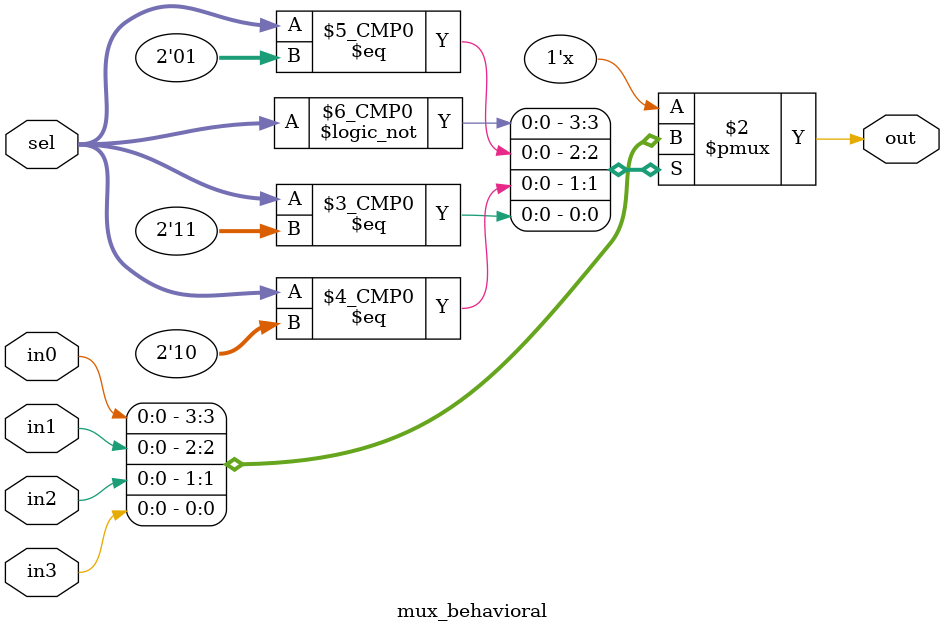
<source format=v>
module mux_behavioral(out, in0, in1, in2, in3, sel);
	input in0, in1, in2, in3; 					// 입력
	input [1:0] sel; 							// 출력
	output out;										// 출력
	reg out;
	
	always @(in0 or in1 or in2 or in3 or sel) 
		begin 
			case ({sel})					// Sel에 대한 Case 설정
			2'b00 : out = in0;					// Sel 00 일때 in0 출력
			2'b01 : out = in1;					// Sel 01 일때 in1 출력
			2'b10 : out = in2;					// Sel 10 일때 in2 출력
			2'b11 : out = in3;					// Sel 11 일때 in3 출력
			default : out = 1'bx;
			endcase
		end 
endmodule 
</source>
